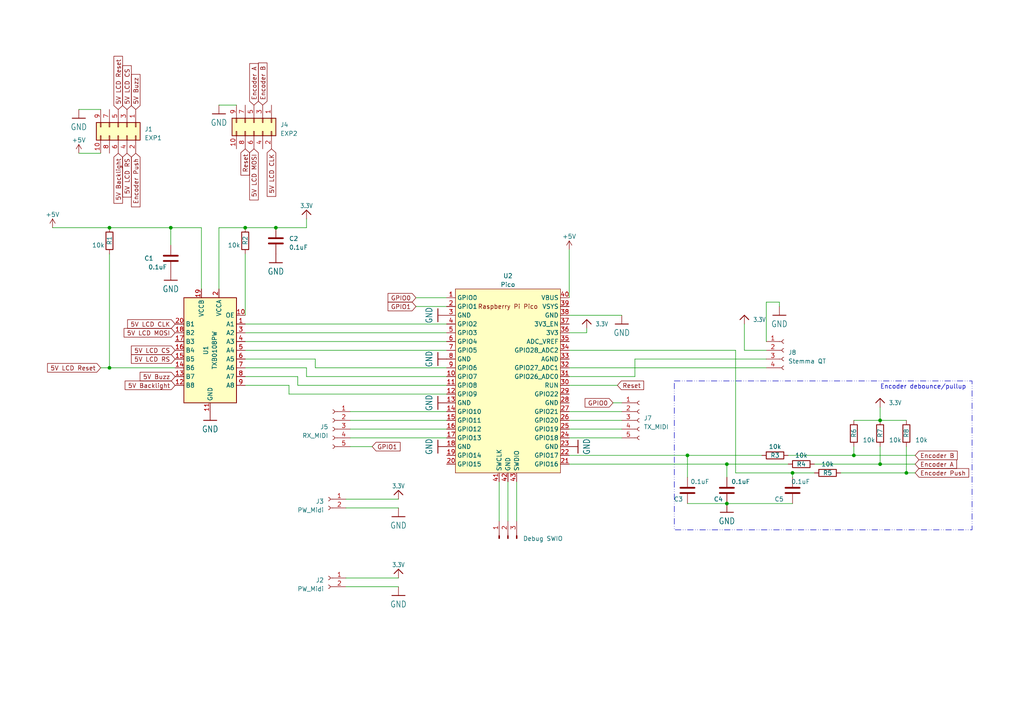
<source format=kicad_sch>
(kicad_sch (version 20231120) (generator "eeschema") (generator_version "8.0")
  (paper "A4")
  (title_block (title "Dinoctopus Main board") (date "2023-04-23") (rev "V0.02") (company "Bjonnh"))
  (lib_symbols
    (symbol "Connector:Conn_01x02_Socket" (pin_names (offset 1.016) hide)
      (property "Reference" "J" (at 0 2.54 0))
      (property "Value" "Conn_01x02_Socket" (at 0 -5.08 0))
      (symbol "Conn_01x02_Socket_1_1"
        (arc (start 0 -2.032) (mid -0.5058 -2.54) (end 0 -3.048) (stroke (width 0.1524)))
        (polyline (pts (xy -1.27 -2.54) (xy -0.508 -2.54)) (stroke (width 0.1524)))
        (polyline (pts (xy -1.27 0) (xy -0.508 0)) (stroke (width 0.1524)))
        (arc (start 0 0.508) (mid -0.5058 0) (end 0 -0.508) (stroke (width 0.1524)))
        (pin passive line (at -5.08 0 0) (length 3.81) (name "Pin_1") (number "1"))
        (pin passive line (at -5.08 -2.54 0) (length 3.81) (name "Pin_2") (number "2"))
      )
    )
    (symbol "Connector:Conn_01x03_Pin" (pin_names (offset 1.016) hide)
      (property "Reference" "J" (at 0 5.08 0))
      (property "Value" "Conn_01x03_Pin" (at 0 -5.08 0))
      (symbol "Conn_01x03_Pin_1_1"
        (polyline (pts (xy 1.27 -2.54) (xy 0.8636 -2.54)) (stroke (width 0.1524)))
        (polyline (pts (xy 1.27 0) (xy 0.8636 0)) (stroke (width 0.1524)))
        (polyline (pts (xy 1.27 2.54) (xy 0.8636 2.54)) (stroke (width 0.1524)))
        (rectangle (start 0.8636 -2.413) (end 0 -2.667) (stroke (width 0.1524)) (fill (type outline)))
        (rectangle (start 0.8636 0.127) (end 0 -0.127) (stroke (width 0.1524)) (fill (type outline)))
        (rectangle (start 0.8636 2.667) (end 0 2.413) (stroke (width 0.1524)) (fill (type outline)))
        (pin passive line (at 5.08 2.54 180) (length 3.81) (name "Pin_1") (number "1"))
        (pin passive line (at 5.08 0 180) (length 3.81) (name "Pin_2") (number "2"))
        (pin passive line (at 5.08 -2.54 180) (length 3.81) (name "Pin_3") (number "3"))
      )
    )
    (symbol "Connector:Conn_01x04_Socket" (pin_names (offset 1.016) hide)
      (property "Reference" "J" (at 0 5.08 0))
      (property "Value" "Conn_01x04_Socket" (at 0 -7.62 0))
      (symbol "Conn_01x04_Socket_1_1"
        (arc (start 0 -4.572) (mid -0.5058 -5.08) (end 0 -5.588) (stroke (width 0.1524)))
        (arc (start 0 -2.032) (mid -0.5058 -2.54) (end 0 -3.048) (stroke (width 0.1524)))
        (polyline (pts (xy -1.27 -5.08) (xy -0.508 -5.08)) (stroke (width 0.1524)))
        (polyline (pts (xy -1.27 -2.54) (xy -0.508 -2.54)) (stroke (width 0.1524)))
        (polyline (pts (xy -1.27 0) (xy -0.508 0)) (stroke (width 0.1524)))
        (polyline (pts (xy -1.27 2.54) (xy -0.508 2.54)) (stroke (width 0.1524)))
        (arc (start 0 0.508) (mid -0.5058 0) (end 0 -0.508) (stroke (width 0.1524)))
        (arc (start 0 3.048) (mid -0.5058 2.54) (end 0 2.032) (stroke (width 0.1524)))
        (pin passive line (at -5.08 2.54 0) (length 3.81) (name "Pin_1") (number "1"))
        (pin passive line (at -5.08 0 0) (length 3.81) (name "Pin_2") (number "2"))
        (pin passive line (at -5.08 -2.54 0) (length 3.81) (name "Pin_3") (number "3"))
        (pin passive line (at -5.08 -5.08 0) (length 3.81) (name "Pin_4") (number "4"))
      )
    )
    (symbol "Connector:Conn_01x05_Socket" (pin_names (offset 1.016) hide)
      (property "Reference" "J" (at 0 7.62 0))
      (property "Value" "Conn_01x05_Socket" (at 0 -7.62 0))
      (symbol "Conn_01x05_Socket_1_1"
        (arc (start 0 -4.572) (mid -0.5058 -5.08) (end 0 -5.588) (stroke (width 0.1524)))
        (arc (start 0 -2.032) (mid -0.5058 -2.54) (end 0 -3.048) (stroke (width 0.1524)))
        (polyline (pts (xy -1.27 -5.08) (xy -0.508 -5.08)) (stroke (width 0.1524)))
        (polyline (pts (xy -1.27 -2.54) (xy -0.508 -2.54)) (stroke (width 0.1524)))
        (polyline (pts (xy -1.27 0) (xy -0.508 0)) (stroke (width 0.1524)))
        (polyline (pts (xy -1.27 2.54) (xy -0.508 2.54)) (stroke (width 0.1524)))
        (polyline (pts (xy -1.27 5.08) (xy -0.508 5.08)) (stroke (width 0.1524)))
        (arc (start 0 0.508) (mid -0.5058 0) (end 0 -0.508) (stroke (width 0.1524)))
        (arc (start 0 3.048) (mid -0.5058 2.54) (end 0 2.032) (stroke (width 0.1524)))
        (arc (start 0 5.588) (mid -0.5058 5.08) (end 0 4.572) (stroke (width 0.1524)))
        (pin passive line (at -5.08 5.08 0) (length 3.81) (name "Pin_1") (number "1"))
        (pin passive line (at -5.08 2.54 0) (length 3.81) (name "Pin_2") (number "2"))
        (pin passive line (at -5.08 0 0) (length 3.81) (name "Pin_3") (number "3"))
        (pin passive line (at -5.08 -2.54 0) (length 3.81) (name "Pin_4") (number "4"))
        (pin passive line (at -5.08 -5.08 0) (length 3.81) (name "Pin_5") (number "5"))
      )
    )
    (symbol "Connector_Generic:Conn_02x05_Odd_Even" (pin_names (offset 1.016) hide)
      (property "Reference" "J" (at 1.27 7.62 0))
      (property "Value" "Conn_02x05_Odd_Even" (at 1.27 -7.62 0))
      (symbol "Conn_02x05_Odd_Even_1_1"
        (rectangle (start -1.27 -4.953) (end 0 -5.207) (stroke (width 0.1524)))
        (rectangle (start -1.27 -2.413) (end 0 -2.667) (stroke (width 0.1524)))
        (rectangle (start -1.27 0.127) (end 0 -0.127) (stroke (width 0.1524)))
        (rectangle (start -1.27 2.667) (end 0 2.413) (stroke (width 0.1524)))
        (rectangle (start -1.27 5.207) (end 0 4.953) (stroke (width 0.1524)))
        (rectangle (start -1.27 6.35) (end 3.81 -6.35) (stroke (width 0.254)) (fill (type background)))
        (rectangle (start 3.81 -4.953) (end 2.54 -5.207) (stroke (width 0.1524)))
        (rectangle (start 3.81 -2.413) (end 2.54 -2.667) (stroke (width 0.1524)))
        (rectangle (start 3.81 0.127) (end 2.54 -0.127) (stroke (width 0.1524)))
        (rectangle (start 3.81 2.667) (end 2.54 2.413) (stroke (width 0.1524)))
        (rectangle (start 3.81 5.207) (end 2.54 4.953) (stroke (width 0.1524)))
        (pin passive line (at -5.08 5.08 0) (length 3.81) (name "Pin_1") (number "1"))
        (pin passive line (at 7.62 -5.08 180) (length 3.81) (name "Pin_10") (number "10"))
        (pin passive line (at 7.62 5.08 180) (length 3.81) (name "Pin_2") (number "2"))
        (pin passive line (at -5.08 2.54 0) (length 3.81) (name "Pin_3") (number "3"))
        (pin passive line (at 7.62 2.54 180) (length 3.81) (name "Pin_4") (number "4"))
        (pin passive line (at -5.08 0 0) (length 3.81) (name "Pin_5") (number "5"))
        (pin passive line (at 7.62 0 180) (length 3.81) (name "Pin_6") (number "6"))
        (pin passive line (at -5.08 -2.54 0) (length 3.81) (name "Pin_7") (number "7"))
        (pin passive line (at 7.62 -2.54 180) (length 3.81) (name "Pin_8") (number "8"))
        (pin passive line (at -5.08 -5.08 0) (length 3.81) (name "Pin_9") (number "9"))
      )
    )
    (symbol "Device:C" (pin_numbers hide) (pin_names (offset 0.254))
      (property "Reference" "C" (at 0.635 2.54 0))
      (property "Value" "C" (at 0.635 -2.54 0))
      (symbol "C_0_1"
        (polyline (pts (xy -2.032 -0.762) (xy 2.032 -0.762)) (stroke (width 0.508)))
        (polyline (pts (xy -2.032 0.762) (xy 2.032 0.762)) (stroke (width 0.508)))
      )
      (symbol "C_1_1"
        (pin passive line (at 0 3.81 270) (length 2.794) (name "~") (number "1"))
        (pin passive line (at 0 -3.81 90) (length 2.794) (name "~") (number "2"))
      )
    )
    (symbol "Device:R" (pin_numbers hide) (pin_names (offset 0))
      (property "Reference" "R" (at 2.032 0 90))
      (property "Value" "R" (at 0 0 90))
      (symbol "R_0_1"
        (rectangle (start -1.016 -2.54) (end 1.016 2.54) (stroke (width 0.254)))
      )
      (symbol "R_1_1"
        (pin passive line (at 0 3.81 270) (length 1.27) (name "~") (number "1"))
        (pin passive line (at 0 -3.81 90) (length 1.27) (name "~") (number "2"))
      )
    )
    (symbol "Logic_LevelTranslator:TXS0108EPW"
      (property "Reference" "U" (at -6.35 16.51 0))
      (property "Value" "TXS0108EPW" (at 3.81 16.51 0))
      (symbol "TXS0108EPW_0_1"
        (rectangle (start -7.62 15.24) (end 7.62 -15.24) (stroke (width 0.254)) (fill (type background)))
      )
      (symbol "TXS0108EPW_1_1"
        (pin bidirectional line (at -10.16 7.62 0) (length 2.54) (name "A1") (number "1"))
        (pin input line (at -10.16 10.16 0) (length 2.54) (name "OE") (number "10"))
        (pin power_in line (at 0 -17.78 90) (length 2.54) (name "GND") (number "11"))
        (pin bidirectional line (at 10.16 -10.16 180) (length 2.54) (name "B8") (number "12"))
        (pin bidirectional line (at 10.16 -7.62 180) (length 2.54) (name "B7") (number "13"))
        (pin bidirectional line (at 10.16 -5.08 180) (length 2.54) (name "B6") (number "14"))
        (pin bidirectional line (at 10.16 -2.54 180) (length 2.54) (name "B5") (number "15"))
        (pin bidirectional line (at 10.16 0 180) (length 2.54) (name "B4") (number "16"))
        (pin bidirectional line (at 10.16 2.54 180) (length 2.54) (name "B3") (number "17"))
        (pin bidirectional line (at 10.16 5.08 180) (length 2.54) (name "B2") (number "18"))
        (pin power_in line (at 2.54 17.78 270) (length 2.54) (name "VCCB") (number "19"))
        (pin power_in line (at -2.54 17.78 270) (length 2.54) (name "VCCA") (number "2"))
        (pin bidirectional line (at 10.16 7.62 180) (length 2.54) (name "B1") (number "20"))
        (pin bidirectional line (at -10.16 5.08 0) (length 2.54) (name "A2") (number "3"))
        (pin bidirectional line (at -10.16 2.54 0) (length 2.54) (name "A3") (number "4"))
        (pin bidirectional line (at -10.16 0 0) (length 2.54) (name "A4") (number "5"))
        (pin bidirectional line (at -10.16 -2.54 0) (length 2.54) (name "A5") (number "6"))
        (pin bidirectional line (at -10.16 -5.08 0) (length 2.54) (name "A6") (number "7"))
        (pin bidirectional line (at -10.16 -7.62 0) (length 2.54) (name "A7") (number "8"))
        (pin bidirectional line (at -10.16 -10.16 0) (length 2.54) (name "A8") (number "9"))
      )
    )
    (symbol "MCU_RaspberryPi_and_Boards:Pico"
      (property "Reference" "U" (at -13.97 27.94 0))
      (property "Value" "Pico" (at 0 19.05 0))
      (symbol "Pico_0_0"
        (text "Raspberry Pi Pico" (at 0 21.59 0) (effects (font (size 1.27 1.27))))
      )
      (symbol "Pico_0_1"
        (rectangle (start -15.24 26.67) (end 15.24 -26.67) (fill (type background)))
      )
      (symbol "Pico_1_1"
        (pin bidirectional line (at -17.78 24.13 0) (length 2.54) (name "GPIO0") (number "1"))
        (pin bidirectional line (at -17.78 1.27 0) (length 2.54) (name "GPIO7") (number "10"))
        (pin bidirectional line (at -17.78 -1.27 0) (length 2.54) (name "GPIO8") (number "11"))
        (pin bidirectional line (at -17.78 -3.81 0) (length 2.54) (name "GPIO9") (number "12"))
        (pin power_in line (at -17.78 -6.35 0) (length 2.54) (name "GND") (number "13"))
        (pin bidirectional line (at -17.78 -8.89 0) (length 2.54) (name "GPIO10") (number "14"))
        (pin bidirectional line (at -17.78 -11.43 0) (length 2.54) (name "GPIO11") (number "15"))
        (pin bidirectional line (at -17.78 -13.97 0) (length 2.54) (name "GPIO12") (number "16"))
        (pin bidirectional line (at -17.78 -16.51 0) (length 2.54) (name "GPIO13") (number "17"))
        (pin power_in line (at -17.78 -19.05 0) (length 2.54) (name "GND") (number "18"))
        (pin bidirectional line (at -17.78 -21.59 0) (length 2.54) (name "GPIO14") (number "19"))
        (pin bidirectional line (at -17.78 21.59 0) (length 2.54) (name "GPIO1") (number "2"))
        (pin bidirectional line (at -17.78 -24.13 0) (length 2.54) (name "GPIO15") (number "20"))
        (pin bidirectional line (at 17.78 -24.13 180) (length 2.54) (name "GPIO16") (number "21"))
        (pin bidirectional line (at 17.78 -21.59 180) (length 2.54) (name "GPIO17") (number "22"))
        (pin power_in line (at 17.78 -19.05 180) (length 2.54) (name "GND") (number "23"))
        (pin bidirectional line (at 17.78 -16.51 180) (length 2.54) (name "GPIO18") (number "24"))
        (pin bidirectional line (at 17.78 -13.97 180) (length 2.54) (name "GPIO19") (number "25"))
        (pin bidirectional line (at 17.78 -11.43 180) (length 2.54) (name "GPIO20") (number "26"))
        (pin bidirectional line (at 17.78 -8.89 180) (length 2.54) (name "GPIO21") (number "27"))
        (pin power_in line (at 17.78 -6.35 180) (length 2.54) (name "GND") (number "28"))
        (pin bidirectional line (at 17.78 -3.81 180) (length 2.54) (name "GPIO22") (number "29"))
        (pin power_in line (at -17.78 19.05 0) (length 2.54) (name "GND") (number "3"))
        (pin input line (at 17.78 -1.27 180) (length 2.54) (name "RUN") (number "30"))
        (pin bidirectional line (at 17.78 1.27 180) (length 2.54) (name "GPIO26_ADC0") (number "31"))
        (pin bidirectional line (at 17.78 3.81 180) (length 2.54) (name "GPIO27_ADC1") (number "32"))
        (pin power_in line (at 17.78 6.35 180) (length 2.54) (name "AGND") (number "33"))
        (pin bidirectional line (at 17.78 8.89 180) (length 2.54) (name "GPIO28_ADC2") (number "34"))
        (pin power_in line (at 17.78 11.43 180) (length 2.54) (name "ADC_VREF") (number "35"))
        (pin power_in line (at 17.78 13.97 180) (length 2.54) (name "3V3") (number "36"))
        (pin input line (at 17.78 16.51 180) (length 2.54) (name "3V3_EN") (number "37"))
        (pin bidirectional line (at 17.78 19.05 180) (length 2.54) (name "GND") (number "38"))
        (pin power_in line (at 17.78 21.59 180) (length 2.54) (name "VSYS") (number "39"))
        (pin bidirectional line (at -17.78 16.51 0) (length 2.54) (name "GPIO2") (number "4"))
        (pin power_in line (at 17.78 24.13 180) (length 2.54) (name "VBUS") (number "40"))
        (pin input line (at -2.54 -29.21 90) (length 2.54) (name "SWCLK") (number "41"))
        (pin power_in line (at 0 -29.21 90) (length 2.54) (name "GND") (number "42"))
        (pin bidirectional line (at 2.54 -29.21 90) (length 2.54) (name "SWDIO") (number "43"))
        (pin bidirectional line (at -17.78 13.97 0) (length 2.54) (name "GPIO3") (number "5"))
        (pin bidirectional line (at -17.78 11.43 0) (length 2.54) (name "GPIO4") (number "6"))
        (pin bidirectional line (at -17.78 8.89 0) (length 2.54) (name "GPIO5") (number "7"))
        (pin power_in line (at -17.78 6.35 0) (length 2.54) (name "GND") (number "8"))
        (pin bidirectional line (at -17.78 3.81 0) (length 2.54) (name "GPIO6") (number "9"))
      )
    )
    (symbol "power:+5V" (power) (pin_names (offset 0))
      (property "Value" "+5V" (at 0 3.556 0))
      (symbol "+5V_0_1"
        (polyline (pts (xy -0.762 1.27) (xy 0 2.54)))
        (polyline (pts (xy 0 0) (xy 0 2.54)))
        (polyline (pts (xy 0 2.54) (xy 0.762 1.27)))
      )
      (symbol "+5V_1_1"
        (pin power_in line (at 0 0 90) (length 0) hide (name "+5V") (number "1"))
      )
    )
    (symbol "v03-eagle-import:3.3V" (power)
      (property "Value" "3.3V" (at -1.524 1.016 0))
      (symbol "3.3V_1_0"
        (polyline (pts (xy -1.27 -1.27) (xy 0 0)) (stroke (width 0.254)))
        (polyline (pts (xy 0 0) (xy 1.27 -1.27)) (stroke (width 0.254)))
        (pin power_in line (at 0 -2.54 90) (length 2.54) (name "3.3V") (number "1"))
      )
    )
    (symbol "v03-eagle-import:GND" (power)
      (property "Value" "GND" (at -2.54 -2.54 0))
      (symbol "GND_1_0"
        (polyline (pts (xy -1.905 0) (xy 1.905 0)) (stroke (width 0.254)))
        (pin power_in line (at 0 2.54 270) (length 2.54) (name "GND") (number "1"))
      )
    )
  )
  (junction (at 199.39 132.08))
  (junction (at 255.27 134.62))
  (junction (at 210.82 134.62))
  (junction (at 31.75 66.04))
  (junction (at 210.82 146.05))
  (junction (at 31.75 106.68))
  (junction (at 71.12 66.04))
  (junction (at 247.65 132.08))
  (junction (at 49.53 66.04))
  (junction (at 255.27 121.92))
  (junction (at 80.01 66.04))
  (junction (at 262.89 137.16))
  (junction (at 229.87 137.16))
  (wire (pts (xy 184.15 104.14) (xy 222.25 104.14)))
  (wire (pts (xy 83.82 111.76) (xy 83.82 114.3)))
  (wire (pts (xy 255.27 134.62) (xy 265.43 134.62)))
  (wire (pts (xy 165.1 121.92) (xy 180.34 121.92)))
  (wire (pts (xy 199.39 132.08) (xy 220.98 132.08)))
  (wire (pts (xy 63.5 30.48) (xy 68.58 30.48)))
  (wire (pts (xy 101.6 124.46) (xy 129.54 124.46)))
  (wire (pts (xy 165.1 127) (xy 180.34 127)))
  (wire (pts (xy 58.42 66.04) (xy 58.42 83.82)))
  (wire (pts (xy 71.12 99.06) (xy 129.54 99.06)))
  (wire (pts (xy 120.65 86.36) (xy 129.54 86.36)))
  (wire (pts (xy 165.1 119.38) (xy 180.34 119.38)))
  (wire (pts (xy 165.1 134.62) (xy 210.82 134.62)))
  (wire (pts (xy 255.27 129.54) (xy 255.27 134.62)))
  (wire (pts (xy 147.32 139.7) (xy 147.32 151.13)))
  (wire (pts (xy 100.33 170.18) (xy 115.57 170.18)))
  (wire (pts (xy 215.9 93.98) (xy 215.9 101.6)))
  (wire (pts (xy 63.5 83.82) (xy 63.5 66.04)))
  (wire (pts (xy 120.65 88.9) (xy 129.54 88.9)))
  (wire (pts (xy 49.53 71.12) (xy 49.53 66.04)))
  (wire (pts (xy 165.1 124.46) (xy 180.34 124.46)))
  (wire (pts (xy 165.1 109.22) (xy 184.15 109.22)))
  (wire (pts (xy 101.6 129.54) (xy 107.95 129.54)))
  (wire (pts (xy 226.06 87.63) (xy 226.06 88.9)))
  (wire (pts (xy 213.36 137.16) (xy 213.36 101.6)))
  (wire (pts (xy 71.12 66.04) (xy 80.01 66.04)))
  (wire (pts (xy 210.82 134.62) (xy 210.82 138.43)))
  (wire (pts (xy 213.36 101.6) (xy 165.1 101.6)))
  (wire (pts (xy 199.39 138.43) (xy 199.39 132.08)))
  (wire (pts (xy 71.12 73.66) (xy 71.12 91.44)))
  (wire (pts (xy 49.53 66.04) (xy 58.42 66.04)))
  (wire (pts (xy 170.18 96.52) (xy 170.18 95.25)))
  (wire (pts (xy 222.25 87.63) (xy 222.25 99.06)))
  (wire (pts (xy 91.44 106.68) (xy 129.54 106.68)))
  (wire (pts (xy 247.65 132.08) (xy 265.43 132.08)))
  (wire (pts (xy 247.65 121.92) (xy 255.27 121.92)))
  (wire (pts (xy 86.36 109.22) (xy 86.36 111.76)))
  (wire (pts (xy 101.6 127) (xy 129.54 127)))
  (wire (pts (xy 71.12 101.6) (xy 129.54 101.6)))
  (wire (pts (xy 165.1 72.39) (xy 165.1 86.36)))
  (wire (pts (xy 236.22 134.62) (xy 255.27 134.62)))
  (wire (pts (xy 144.78 151.13) (xy 144.78 139.7)))
  (wire (pts (xy 165.1 132.08) (xy 199.39 132.08)))
  (wire (pts (xy 91.44 104.14) (xy 91.44 106.68)))
  (wire (pts (xy 177.8 116.84) (xy 180.34 116.84)))
  (wire (pts (xy 247.65 129.54) (xy 247.65 132.08)))
  (wire (pts (xy 179.07 111.76) (xy 165.1 111.76)))
  (wire (pts (xy 31.75 106.68) (xy 50.8 106.68)))
  (wire (pts (xy 101.6 119.38) (xy 129.54 119.38)))
  (wire (pts (xy 165.1 91.44) (xy 180.34 91.44)))
  (wire (pts (xy 101.6 121.92) (xy 129.54 121.92)))
  (wire (pts (xy 22.86 31.75) (xy 29.21 31.75)))
  (wire (pts (xy 71.12 106.68) (xy 88.9 106.68)))
  (wire (pts (xy 31.75 66.04) (xy 49.53 66.04)))
  (wire (pts (xy 255.27 118.11) (xy 255.27 121.92)))
  (wire (pts (xy 15.24 66.04) (xy 31.75 66.04)))
  (wire (pts (xy 71.12 109.22) (xy 86.36 109.22)))
  (wire (pts (xy 236.22 137.16) (xy 229.87 137.16)))
  (wire (pts (xy 213.36 137.16) (xy 229.87 137.16)))
  (wire (pts (xy 262.89 137.16) (xy 243.84 137.16)))
  (wire (pts (xy 210.82 146.05) (xy 229.87 146.05)))
  (wire (pts (xy 184.15 109.22) (xy 184.15 104.14)))
  (wire (pts (xy 100.33 167.64) (xy 115.57 167.64)))
  (wire (pts (xy 86.36 111.76) (xy 129.54 111.76)))
  (wire (pts (xy 215.9 101.6) (xy 222.25 101.6)))
  (wire (pts (xy 149.86 139.7) (xy 149.86 151.13)))
  (wire (pts (xy 262.89 129.54) (xy 262.89 137.16)))
  (wire (pts (xy 265.43 137.16) (xy 262.89 137.16)))
  (wire (pts (xy 165.1 106.68) (xy 222.25 106.68)))
  (wire (pts (xy 71.12 111.76) (xy 83.82 111.76)))
  (wire (pts (xy 199.39 146.05) (xy 210.82 146.05)))
  (wire (pts (xy 222.25 87.63) (xy 226.06 87.63)))
  (wire (pts (xy 31.75 73.66) (xy 31.75 106.68)))
  (wire (pts (xy 71.12 104.14) (xy 91.44 104.14)))
  (wire (pts (xy 88.9 109.22) (xy 129.54 109.22)))
  (wire (pts (xy 100.33 144.78) (xy 115.57 144.78)))
  (wire (pts (xy 100.33 147.32) (xy 115.57 147.32)))
  (wire (pts (xy 88.9 106.68) (xy 88.9 109.22)))
  (wire (pts (xy 229.87 137.16) (xy 229.87 138.43)))
  (wire (pts (xy 88.9 63.5) (xy 88.9 66.04)))
  (wire (pts (xy 29.21 106.68) (xy 31.75 106.68)))
  (wire (pts (xy 63.5 66.04) (xy 71.12 66.04)))
  (wire (pts (xy 255.27 121.92) (xy 262.89 121.92)))
  (wire (pts (xy 88.9 66.04) (xy 80.01 66.04)))
  (wire (pts (xy 71.12 96.52) (xy 129.54 96.52)))
  (wire (pts (xy 210.82 134.62) (xy 228.6 134.62)))
  (wire (pts (xy 22.86 44.45) (xy 29.21 44.45)))
  (wire (pts (xy 71.12 93.98) (xy 129.54 93.98)))
  (wire (pts (xy 170.18 96.52) (xy 165.1 96.52)))
  (wire (pts (xy 228.6 132.08) (xy 247.65 132.08)))
  (wire (pts (xy 83.82 114.3) (xy 129.54 114.3)))
  (rectangle (start 195.58 110.49) (end 281.94 153.67) (stroke (width 0) (type dash_dot_dot)))
  (rectangle (start 219.71 110.49) (end 219.71 110.49))
  (text "Encoder debounce/pullup" (at 255.27 113.03 0) (effects (font (size 1.27 1.27)) (justify left bottom)))
  (global_label "Encoder A" (shape input) (at 73.66 30.48 90) (property "Intersheetrefs" "${INTERSHEET_REFS}" (effects (hide yes))))
  (global_label "5V LCD MOSI" (shape input) (at 50.8 96.52 180) (property "Intersheetrefs" "${INTERSHEET_REFS}" (effects (hide yes))))
  (global_label "5V LCD Reset" (shape input) (at 34.29 31.75 90) (property "Intersheetrefs" "${INTERSHEET_REFS}" (effects (hide yes))))
  (global_label "5V LCD RS" (shape input) (at 36.83 44.45 270) (property "Intersheetrefs" "${INTERSHEET_REFS}" (effects (hide yes))))
  (global_label "5V Backlight" (shape input) (at 34.29 44.45 270) (property "Intersheetrefs" "${INTERSHEET_REFS}" (effects (hide yes))))
  (global_label "GPIO1" (shape input) (at 120.65 88.9 180) (property "Intersheetrefs" "${INTERSHEET_REFS}" (effects (hide yes))))
  (global_label "GPIO0" (shape input) (at 120.65 86.36 180) (property "Intersheetrefs" "${INTERSHEET_REFS}" (effects (hide yes))))
  (global_label "5V Buzz" (shape input) (at 39.37 31.75 90) (property "Intersheetrefs" "${INTERSHEET_REFS}" (effects (hide yes))))
  (global_label "Encoder A" (shape input) (at 265.43 134.62 0) (property "Intersheetrefs" "${INTERSHEET_REFS}" (effects (hide yes))))
  (global_label "5V Buzz" (shape input) (at 50.8 109.22 180) (property "Intersheetrefs" "${INTERSHEET_REFS}" (effects (hide yes))))
  (global_label "Encoder Push" (shape input) (at 39.37 44.45 270) (property "Intersheetrefs" "${INTERSHEET_REFS}" (effects (hide yes))))
  (global_label "Reset" (shape input) (at 71.12 43.18 270) (property "Intersheetrefs" "${INTERSHEET_REFS}" (effects (hide yes))))
  (global_label "Reset" (shape input) (at 179.07 111.76 0) (property "Intersheetrefs" "${INTERSHEET_REFS}" (effects (hide yes))))
  (global_label "Encoder Push" (shape input) (at 265.43 137.16 0) (property "Intersheetrefs" "${INTERSHEET_REFS}" (effects (hide yes))))
  (global_label "Encoder B" (shape input) (at 265.43 132.08 0) (property "Intersheetrefs" "${INTERSHEET_REFS}" (effects (hide yes))))
  (global_label "5V LCD RS" (shape input) (at 50.8 104.14 180) (property "Intersheetrefs" "${INTERSHEET_REFS}" (effects (hide yes))))
  (global_label "5V LCD MOSI" (shape input) (at 73.66 43.18 270) (property "Intersheetrefs" "${INTERSHEET_REFS}" (effects (hide yes))))
  (global_label "5V LCD CLK" (shape input) (at 50.8 93.98 180) (property "Intersheetrefs" "${INTERSHEET_REFS}" (effects (hide yes))))
  (global_label "5V LCD CS" (shape input) (at 50.8 101.6 180) (property "Intersheetrefs" "${INTERSHEET_REFS}" (effects (hide yes))))
  (global_label "GPIO0" (shape input) (at 177.8 116.84 180) (property "Intersheetrefs" "${INTERSHEET_REFS}" (effects (hide yes))))
  (global_label "GPIO1" (shape input) (at 107.95 129.54 0) (property "Intersheetrefs" "${INTERSHEET_REFS}" (effects (hide yes))))
  (global_label "5V Backlight" (shape input) (at 50.8 111.76 180) (property "Intersheetrefs" "${INTERSHEET_REFS}" (effects (hide yes))))
  (global_label "Encoder B" (shape input) (at 76.2 30.48 90) (property "Intersheetrefs" "${INTERSHEET_REFS}" (effects (hide yes))))
  (global_label "5V LCD CS" (shape input) (at 36.83 31.75 90) (property "Intersheetrefs" "${INTERSHEET_REFS}" (effects (hide yes))))
  (global_label "5V LCD CLK" (shape input) (at 78.74 43.18 270) (property "Intersheetrefs" "${INTERSHEET_REFS}" (effects (hide yes))))
  (global_label "5V LCD Reset" (shape input) (at 29.21 106.68 180) (property "Intersheetrefs" "${INTERSHEET_REFS}" (effects (hide yes))))
  (symbol (lib_id "Logic_LevelTranslator:TXS0108EPW") (at 60.96 101.6 0) (mirror y) (unit 1)
    (property "Reference" "U1" (at 59.69 101.6 90))
    (property "Value" "TXB0108PW" (at 62.23 101.6 90))
    (property "Footprint" "Package_SO:TSSOP-20_4.4x6.5mm_P0.65mm" (effects (hide yes)))
    (property "Datasheet" "www.ti.com/lit/ds/symlink/txs0108e.pdf" (effects (hide yes)))
  )
  (symbol (lib_id "v03-eagle-import:GND") (at 22.86 34.29 0) (unit 1)
    (property "Reference" "#GND01" (effects (hide yes)))
    (property "Value" "GND" (at 22.86 36.83 0) (effects (font (size 1.778 1.5113))))
  )
  (symbol (lib_id "v03-eagle-import:GND") (at 115.57 149.86 0) (mirror y) (unit 1)
    (property "Reference" "#GND06" (effects (hide yes)))
    (property "Value" "GND" (at 115.57 152.4 0) (effects (font (size 1.778 1.5113))))
  )
  (symbol (lib_id "v03-eagle-import:GND") (at 63.5 33.02 0) (unit 1)
    (property "Reference" "#GND04" (effects (hide yes)))
    (property "Value" "GND" (at 63.5 35.56 0) (effects (font (size 1.778 1.5113))))
  )
  (symbol (lib_id "v03-eagle-import:GND") (at 127 129.54 270) (unit 1)
    (property "Reference" "#GND011" (effects (hide yes)))
    (property "Value" "GND" (at 124.46 129.54 0) (effects (font (size 1.778 1.5113))))
  )
  (symbol (lib_id "Device:R") (at 255.27 125.73 0) (unit 1)
    (property "Reference" "R7" (at 255.27 127 90) (effects (justify left)))
    (property "Value" "10k" (at 257.81 127.635 0) (effects (justify left)))
    (property "Footprint" "Capacitor_SMD:C_1206_3216Metric_Pad1.33x1.80mm_HandSolder" (effects (hide yes)))
  )
  (symbol (lib_id "power:+5V") (at 22.86 44.45 0) (unit 1)
    (property "Reference" "#PWR02" (effects (hide yes)))
    (property "Value" "+5V" (at 22.86 40.64 0))
  )
  (symbol (lib_id "power:+5V") (at 15.24 66.04 0) (unit 1)
    (property "Reference" "#PWR01" (effects (hide yes)))
    (property "Value" "+5V" (at 15.24 62.23 0))
  )
  (symbol (lib_id "Device:R") (at 224.79 132.08 270) (unit 1)
    (property "Reference" "R3" (at 224.79 132.08 90))
    (property "Value" "10k" (at 224.79 129.54 90))
    (property "Footprint" "Capacitor_SMD:C_1206_3216Metric_Pad1.33x1.80mm_HandSolder" (effects (hide yes)))
  )
  (symbol (lib_id "Connector:Conn_01x02_Socket") (at 95.25 144.78 0) (mirror y) (unit 1)
    (property "Reference" "J3" (at 93.98 145.415 0) (effects (justify left)))
    (property "Value" "PW_Midi" (at 93.98 147.955 0) (effects (justify left)))
    (property "Footprint" "Connectors_JST:JST_XH_B02B-XH-A_02x2.50mm_Straight" (effects (hide yes)))
  )
  (symbol (lib_id "Connector:Conn_01x05_Socket") (at 185.42 121.92 0) (unit 1)
    (property "Reference" "J7" (at 186.69 121.285 0) (effects (justify left)))
    (property "Value" "TX_MIDI" (at 186.69 123.825 0) (effects (justify left)))
    (property "Footprint" "Connectors_JST:JST_XH_B05B-XH-A_05x2.50mm_Straight" (effects (hide yes)))
  )
  (symbol (lib_id "Device:R") (at 31.75 69.85 0) (unit 1)
    (property "Reference" "R1" (at 31.75 71.12 90) (effects (justify left)))
    (property "Value" "10k" (at 26.67 71.12 0) (effects (justify left)))
    (property "Footprint" "Capacitor_SMD:C_1206_3216Metric_Pad1.33x1.80mm_HandSolder" (effects (hide yes)))
  )
  (symbol (lib_id "v03-eagle-import:GND") (at 80.01 76.2 0) (unit 1)
    (property "Reference" "#GND05" (effects (hide yes)))
    (property "Value" "GND" (at 80.01 78.74 0) (effects (font (size 1.778 1.5113))))
  )
  (symbol (lib_id "v03-eagle-import:GND") (at 210.82 148.59 0) (unit 1)
    (property "Reference" "#GND014" (effects (hide yes)))
    (property "Value" "GND" (at 210.82 151.13 0) (effects (font (size 1.778 1.5113))))
  )
  (symbol (lib_id "v03-eagle-import:3.3V") (at 255.27 115.57 0) (unit 1)
    (property "Reference" "#06" (effects (hide yes)))
    (property "Value" "3.3V" (at 257.81 116.84 0) (effects (font (size 1.27 1.0795)) (justify left)))
  )
  (symbol (lib_id "Device:C") (at 80.01 69.85 180) (unit 1)
    (property "Reference" "C2" (at 83.82 69.215 0) (effects (justify right)))
    (property "Value" "0.1uF" (at 83.82 71.755 0) (effects (justify right)))
    (property "Footprint" "Capacitor_SMD:C_1206_3216Metric_Pad1.33x1.80mm_HandSolder" (effects (hide yes)))
  )
  (symbol (lib_id "v03-eagle-import:GND") (at 226.06 91.44 0) (unit 1)
    (property "Reference" "#GND015" (effects (hide yes)))
    (property "Value" "GND" (at 226.06 93.98 0) (effects (font (size 1.778 1.5113))))
  )
  (symbol (lib_id "v03-eagle-import:GND") (at 180.34 93.98 0) (unit 1)
    (property "Reference" "#GND013" (effects (hide yes)))
    (property "Value" "GND" (at 180.34 96.52 0) (effects (font (size 1.778 1.5113))))
  )
  (symbol (lib_id "power:+5V") (at 165.1 72.39 0) (unit 1)
    (property "Reference" "#PWR03" (effects (hide yes)))
    (property "Value" "+5V" (at 165.1 68.58 0))
  )
  (symbol (lib_id "Device:C") (at 229.87 142.24 180) (unit 1)
    (property "Reference" "C5" (at 227.33 144.78 0) (effects (justify left)))
    (property "Value" "0.1uF" (at 234.95 139.7 0) (effects (justify left)))
    (property "Footprint" "Capacitor_SMD:C_1206_3216Metric_Pad1.33x1.80mm_HandSolder" (effects (hide yes)))
  )
  (symbol (lib_id "Connector_Generic:Conn_02x05_Odd_Even") (at 73.66 35.56 270) (unit 1)
    (property "Reference" "J4" (at 81.28 36.195 90) (effects (justify left)))
    (property "Value" "EXP2" (at 81.28 38.735 90) (effects (justify left)))
    (property "Footprint" "Connector_IDC:IDC-Header_2x05_P2.54mm_Vertical" (effects (hide yes)))
  )
  (symbol (lib_id "Connector_Generic:Conn_02x05_Odd_Even") (at 34.29 36.83 270) (unit 1)
    (property "Reference" "J1" (at 41.91 37.465 90) (effects (justify left)))
    (property "Value" "EXP1" (at 41.91 40.005 90) (effects (justify left)))
    (property "Footprint" "Connector_IDC:IDC-Header_2x05_P2.54mm_Vertical" (effects (hide yes)))
  )
  (symbol (lib_id "v03-eagle-import:3.3V") (at 170.18 92.71 0) (unit 1)
    (property "Reference" "#04" (effects (hide yes)))
    (property "Value" "3.3V" (at 172.72 93.98 0) (effects (font (size 1.27 1.0795)) (justify left)))
  )
  (symbol (lib_id "Device:C") (at 49.53 74.93 0) (unit 1)
    (property "Reference" "C1" (at 43.18 74.93 0))
    (property "Value" "0.1uF" (at 45.72 77.47 0))
    (property "Footprint" "Capacitor_SMD:C_1206_3216Metric_Pad1.33x1.80mm_HandSolder" (effects (hide yes)))
  )
  (symbol (lib_id "v03-eagle-import:GND") (at 127 116.84 270) (unit 1)
    (property "Reference" "#GND010" (effects (hide yes)))
    (property "Value" "GND" (at 124.46 116.84 0) (effects (font (size 1.778 1.5113))))
  )
  (symbol (lib_id "Connector:Conn_01x02_Socket") (at 95.25 167.64 0) (mirror y) (unit 1)
    (property "Reference" "J2" (at 93.98 168.275 0) (effects (justify left)))
    (property "Value" "PW_Midi" (at 93.98 170.815 0) (effects (justify left)))
    (property "Footprint" "Connectors_JST:JST_XH_B02B-XH-A_02x2.50mm_Straight" (effects (hide yes)))
  )
  (symbol (lib_id "Device:R") (at 232.41 134.62 270) (unit 1)
    (property "Reference" "R4" (at 232.41 134.62 90))
    (property "Value" "10k" (at 232.41 132.08 90))
    (property "Footprint" "Capacitor_SMD:C_1206_3216Metric_Pad1.33x1.80mm_HandSolder" (effects (hide yes)))
  )
  (symbol (lib_id "v03-eagle-import:GND") (at 127 91.44 270) (unit 1)
    (property "Reference" "#GND08" (effects (hide yes)))
    (property "Value" "GND" (at 124.46 91.44 0) (effects (font (size 1.778 1.5113))))
  )
  (symbol (lib_id "Device:R") (at 71.12 69.85 0) (unit 1)
    (property "Reference" "R2" (at 71.12 71.12 90) (effects (justify left)))
    (property "Value" "10k" (at 66.04 71.12 0) (effects (justify left)))
    (property "Footprint" "Capacitor_SMD:C_1206_3216Metric_Pad1.33x1.80mm_HandSolder" (effects (hide yes)))
  )
  (symbol (lib_id "v03-eagle-import:GND") (at 60.96 121.92 0) (mirror y) (unit 1)
    (property "Reference" "#GND03" (effects (hide yes)))
    (property "Value" "GND" (at 60.96 124.46 0) (effects (font (size 1.778 1.5113))))
  )
  (symbol (lib_id "v03-eagle-import:3.3V") (at 88.9 60.96 0) (unit 1)
    (property "Reference" "#03" (effects (hide yes)))
    (property "Value" "3.3V" (at 88.9 59.69 0) (effects (font (size 1.27 1.0795))))
  )
  (symbol (lib_id "Connector:Conn_01x05_Socket") (at 96.52 124.46 0) (mirror y) (unit 1)
    (property "Reference" "J5" (at 95.25 123.825 0) (effects (justify left)))
    (property "Value" "RX_MIDI" (at 95.25 126.365 0) (effects (justify left)))
    (property "Footprint" "Connectors_JST:JST_XH_B05B-XH-A_05x2.50mm_Straight" (effects (hide yes)))
  )
  (symbol (lib_id "Device:C") (at 199.39 142.24 180) (unit 1)
    (property "Reference" "C3" (at 198.12 144.78 0) (effects (justify left)))
    (property "Value" "0.1uF" (at 205.74 139.7 0) (effects (justify left)))
    (property "Footprint" "Capacitor_SMD:C_1206_3216Metric_Pad1.33x1.80mm_HandSolder" (effects (hide yes)))
  )
  (symbol (lib_id "v03-eagle-import:3.3V") (at 215.9 91.44 0) (unit 1)
    (property "Reference" "#05" (effects (hide yes)))
    (property "Value" "3.3V" (at 218.44 92.71 0) (effects (font (size 1.27 1.0795)) (justify left)))
  )
  (symbol (lib_id "v03-eagle-import:GND") (at 127 104.14 270) (unit 1)
    (property "Reference" "#GND09" (effects (hide yes)))
    (property "Value" "GND" (at 124.46 104.14 0) (effects (font (size 1.778 1.5113))))
  )
  (symbol (lib_id "Device:R") (at 247.65 125.73 0) (unit 1)
    (property "Reference" "R6" (at 247.65 127 90) (effects (justify left)))
    (property "Value" "10k" (at 250.19 127.635 0) (effects (justify left)))
    (property "Footprint" "Capacitor_SMD:C_1206_3216Metric_Pad1.33x1.80mm_HandSolder" (effects (hide yes)))
  )
  (symbol (lib_id "Connector:Conn_01x04_Socket") (at 227.33 101.6 0) (unit 1)
    (property "Reference" "J8" (at 228.6 102.235 0) (effects (justify left)))
    (property "Value" "Stemma QT" (at 228.6 104.775 0) (effects (justify left)))
    (property "Footprint" "Connector_JST:JST_SH_SM04B-SRSS-TB_1x04-1MP_P1.00mm_Horizontal" (effects (hide yes)))
  )
  (symbol (lib_id "v03-eagle-import:GND") (at 49.53 81.28 0) (unit 1)
    (property "Reference" "#GND02" (effects (hide yes)))
    (property "Value" "GND" (at 49.53 83.82 0) (effects (font (size 1.778 1.5113))))
  )
  (symbol (lib_id "v03-eagle-import:GND") (at 115.57 172.72 0) (mirror y) (unit 1)
    (property "Reference" "#GND07" (effects (hide yes)))
    (property "Value" "GND" (at 115.57 175.26 0) (effects (font (size 1.778 1.5113))))
  )
  (symbol (lib_id "MCU_RaspberryPi_and_Boards:Pico") (at 147.32 110.49 0) (unit 1)
    (property "Reference" "U2" (at 147.32 80.01 0))
    (property "Value" "Pico" (at 147.32 82.55 0))
    (property "Footprint" "MCU_RaspberryPi_and_Boards:RPi_Pico_SMD_TH" (effects (hide yes)))
  )
  (symbol (lib_id "v03-eagle-import:3.3V") (at 115.57 142.24 0) (mirror y) (unit 1)
    (property "Reference" "#01" (effects (hide yes)))
    (property "Value" "3.3V" (at 115.57 140.97 0) (effects (font (size 1.27 1.0795))))
  )
  (symbol (lib_id "v03-eagle-import:GND") (at 167.64 129.54 90) (unit 1)
    (property "Reference" "#GND012" (effects (hide yes)))
    (property "Value" "GND" (at 170.18 129.54 0) (effects (font (size 1.778 1.5113))))
  )
  (symbol (lib_id "v03-eagle-import:3.3V") (at 115.57 165.1 0) (mirror y) (unit 1)
    (property "Reference" "#02" (effects (hide yes)))
    (property "Value" "3.3V" (at 115.57 163.83 0) (effects (font (size 1.27 1.0795))))
  )
  (symbol (lib_id "Connector:Conn_01x03_Pin") (at 147.32 156.21 90) (unit 1)
    (property "Reference" "J6" (effects (hide yes)))
    (property "Value" "Debug SWIO" (at 157.48 156.21 90))
    (property "Footprint" "Connector_PinHeader_2.54mm:PinHeader_1x03_P2.54mm_Vertical" (effects (hide yes)))
  )
  (symbol (lib_id "Device:R") (at 240.03 137.16 270) (unit 1)
    (property "Reference" "R5" (at 240.03 137.16 90))
    (property "Value" "10k" (at 240.03 134.62 90))
    (property "Footprint" "Capacitor_SMD:C_1206_3216Metric_Pad1.33x1.80mm_HandSolder" (effects (hide yes)))
  )
  (symbol (lib_id "Device:C") (at 210.82 142.24 0) (mirror x) (unit 1)
    (property "Reference" "C4" (at 207.01 144.78 0) (effects (justify left)))
    (property "Value" "0.1uF" (at 212.09 139.7 0) (effects (justify left)))
    (property "Footprint" "Capacitor_SMD:C_1206_3216Metric_Pad1.33x1.80mm_HandSolder" (effects (hide yes)))
  )
  (symbol (lib_id "Device:R") (at 262.89 125.73 0) (unit 1)
    (property "Reference" "R8" (at 262.89 127 90) (effects (justify left)))
    (property "Value" "10k" (at 265.43 127.635 0) (effects (justify left)))
    (property "Footprint" "Capacitor_SMD:C_1206_3216Metric_Pad1.33x1.80mm_HandSolder" (effects (hide yes)))
  )
)
</source>
